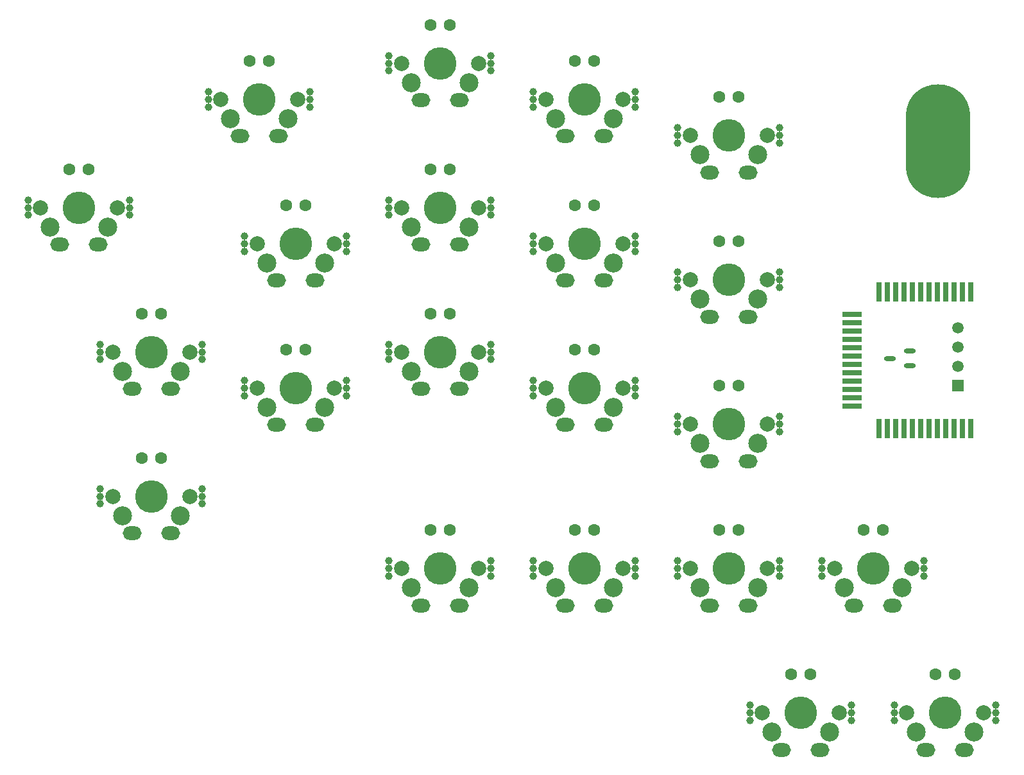
<source format=gtp>
G04 #@! TF.GenerationSoftware,KiCad,Pcbnew,(5.0.0-rc2-dev-301-g33f795be4)*
G04 #@! TF.CreationDate,2018-06-05T21:16:12+02:00*
G04 #@! TF.ProjectId,kissboard,6B697373626F6172642E6B696361645F,rev?*
G04 #@! TF.SameCoordinates,Original*
G04 #@! TF.FileFunction,Paste,Top*
G04 #@! TF.FilePolarity,Positive*
%FSLAX46Y46*%
G04 Gerber Fmt 4.6, Leading zero omitted, Abs format (unit mm)*
G04 Created by KiCad (PCBNEW (5.0.0-rc2-dev-301-g33f795be4)) date 06/05/18 21:16:12*
%MOMM*%
%LPD*%
G01*
G04 APERTURE LIST*
%ADD10C,1.500000*%
%ADD11R,1.500000X1.500000*%
%ADD12O,8.500000X15.000000*%
%ADD13R,2.500000X0.800000*%
%ADD14R,0.800000X2.500000*%
%ADD15O,1.550000X0.650000*%
%ADD16C,1.000000*%
%ADD17O,2.500000X1.800000*%
%ADD18C,2.500000*%
%ADD19C,2.000000*%
%ADD20C,4.300000*%
%ADD21C,1.600000*%
G04 APERTURE END LIST*
D10*
X158813500Y-65849500D03*
X158813500Y-68389500D03*
X158813500Y-70929500D03*
D11*
X158813500Y-73469500D03*
D12*
X156210000Y-41275000D03*
D13*
X144843500Y-64118500D03*
X144843500Y-65218500D03*
X144843500Y-66318500D03*
X144843500Y-67418500D03*
X144843500Y-68518500D03*
X144843500Y-69618500D03*
X144843500Y-70718500D03*
X144843500Y-71818500D03*
X144843500Y-72918500D03*
X144843500Y-74018500D03*
X144843500Y-75118500D03*
X144843500Y-76218500D03*
D14*
X160543500Y-61168500D03*
X159443500Y-61168500D03*
X158343500Y-61168500D03*
X157243500Y-61168500D03*
X156143500Y-61168500D03*
X155043500Y-61168500D03*
X153943500Y-61168500D03*
X152843500Y-61168500D03*
X151743500Y-61168500D03*
X150643500Y-61168500D03*
X149543500Y-61168500D03*
X148443500Y-61168500D03*
X148443500Y-79168500D03*
X149543500Y-79168500D03*
X150643500Y-79168500D03*
X151743500Y-79168500D03*
X152843500Y-79168500D03*
X153943500Y-79168500D03*
X155043500Y-79168500D03*
X156143500Y-79168500D03*
X157243500Y-79168500D03*
X158343500Y-79168500D03*
X159443500Y-79168500D03*
X160543500Y-79168500D03*
D15*
X152518500Y-70863500D03*
X152518500Y-68963500D03*
X149868500Y-69913500D03*
D16*
X150462500Y-115681250D03*
X150462500Y-117681250D03*
X150462500Y-116681250D03*
D17*
X159702500Y-121558050D03*
D18*
X153352500Y-119221250D03*
D17*
X154622500Y-121558050D03*
D18*
X160972500Y-119221250D03*
D19*
X152082500Y-116681250D03*
X162242500Y-116681250D03*
D20*
X157162500Y-116681250D03*
D16*
X163862500Y-116681250D03*
X163862500Y-115681250D03*
X163862500Y-117681250D03*
D21*
X158432500Y-111601250D03*
X155892500Y-111601250D03*
D16*
X45687500Y-87106250D03*
X45687500Y-89106250D03*
X45687500Y-88106250D03*
D17*
X54927500Y-92983050D03*
D18*
X48577500Y-90646250D03*
D17*
X49847500Y-92983050D03*
D18*
X56197500Y-90646250D03*
D19*
X47307500Y-88106250D03*
X57467500Y-88106250D03*
D20*
X52387500Y-88106250D03*
D16*
X59087500Y-88106250D03*
X59087500Y-87106250D03*
X59087500Y-89106250D03*
D21*
X53657500Y-83026250D03*
X51117500Y-83026250D03*
X65405000Y-30638750D03*
X67945000Y-30638750D03*
D16*
X73375000Y-36718750D03*
X73375000Y-34718750D03*
X73375000Y-35718750D03*
D20*
X66675000Y-35718750D03*
D19*
X71755000Y-35718750D03*
X61595000Y-35718750D03*
D18*
X70485000Y-38258750D03*
D17*
X64135000Y-40595550D03*
D18*
X62865000Y-38258750D03*
D17*
X69215000Y-40595550D03*
D16*
X59975000Y-35718750D03*
X59975000Y-36718750D03*
X59975000Y-34718750D03*
X83787500Y-29956250D03*
X83787500Y-31956250D03*
X83787500Y-30956250D03*
D17*
X93027500Y-35833050D03*
D18*
X86677500Y-33496250D03*
D17*
X87947500Y-35833050D03*
D18*
X94297500Y-33496250D03*
D19*
X85407500Y-30956250D03*
X95567500Y-30956250D03*
D20*
X90487500Y-30956250D03*
D16*
X97187500Y-30956250D03*
X97187500Y-29956250D03*
X97187500Y-31956250D03*
D21*
X91757500Y-25876250D03*
X89217500Y-25876250D03*
X108267500Y-30638750D03*
X110807500Y-30638750D03*
D16*
X116237500Y-36718750D03*
X116237500Y-34718750D03*
X116237500Y-35718750D03*
D20*
X109537500Y-35718750D03*
D19*
X114617500Y-35718750D03*
X104457500Y-35718750D03*
D18*
X113347500Y-38258750D03*
D17*
X106997500Y-40595550D03*
D18*
X105727500Y-38258750D03*
D17*
X112077500Y-40595550D03*
D16*
X102837500Y-35718750D03*
X102837500Y-36718750D03*
X102837500Y-34718750D03*
X121887500Y-39481250D03*
X121887500Y-41481250D03*
X121887500Y-40481250D03*
D17*
X131127500Y-45358050D03*
D18*
X124777500Y-43021250D03*
D17*
X126047500Y-45358050D03*
D18*
X132397500Y-43021250D03*
D19*
X123507500Y-40481250D03*
X133667500Y-40481250D03*
D20*
X128587500Y-40481250D03*
D16*
X135287500Y-40481250D03*
X135287500Y-39481250D03*
X135287500Y-41481250D03*
D21*
X129857500Y-35401250D03*
X127317500Y-35401250D03*
X51117500Y-63976250D03*
X53657500Y-63976250D03*
D16*
X59087500Y-70056250D03*
X59087500Y-68056250D03*
X59087500Y-69056250D03*
D20*
X52387500Y-69056250D03*
D19*
X57467500Y-69056250D03*
X47307500Y-69056250D03*
D18*
X56197500Y-71596250D03*
D17*
X49847500Y-73933050D03*
D18*
X48577500Y-71596250D03*
D17*
X54927500Y-73933050D03*
D16*
X45687500Y-69056250D03*
X45687500Y-70056250D03*
X45687500Y-68056250D03*
X64737500Y-53768750D03*
X64737500Y-55768750D03*
X64737500Y-54768750D03*
D17*
X73977500Y-59645550D03*
D18*
X67627500Y-57308750D03*
D17*
X68897500Y-59645550D03*
D18*
X75247500Y-57308750D03*
D19*
X66357500Y-54768750D03*
X76517500Y-54768750D03*
D20*
X71437500Y-54768750D03*
D16*
X78137500Y-54768750D03*
X78137500Y-53768750D03*
X78137500Y-55768750D03*
D21*
X72707500Y-49688750D03*
X70167500Y-49688750D03*
X89217500Y-44926250D03*
X91757500Y-44926250D03*
D16*
X97187500Y-51006250D03*
X97187500Y-49006250D03*
X97187500Y-50006250D03*
D20*
X90487500Y-50006250D03*
D19*
X95567500Y-50006250D03*
X85407500Y-50006250D03*
D18*
X94297500Y-52546250D03*
D17*
X87947500Y-54883050D03*
D18*
X86677500Y-52546250D03*
D17*
X93027500Y-54883050D03*
D16*
X83787500Y-50006250D03*
X83787500Y-51006250D03*
X83787500Y-49006250D03*
X102837500Y-53768750D03*
X102837500Y-55768750D03*
X102837500Y-54768750D03*
D17*
X112077500Y-59645550D03*
D18*
X105727500Y-57308750D03*
D17*
X106997500Y-59645550D03*
D18*
X113347500Y-57308750D03*
D19*
X104457500Y-54768750D03*
X114617500Y-54768750D03*
D20*
X109537500Y-54768750D03*
D16*
X116237500Y-54768750D03*
X116237500Y-53768750D03*
X116237500Y-55768750D03*
D21*
X110807500Y-49688750D03*
X108267500Y-49688750D03*
X127317500Y-54451250D03*
X129857500Y-54451250D03*
D16*
X135287500Y-60531250D03*
X135287500Y-58531250D03*
X135287500Y-59531250D03*
D20*
X128587500Y-59531250D03*
D19*
X133667500Y-59531250D03*
X123507500Y-59531250D03*
D18*
X132397500Y-62071250D03*
D17*
X126047500Y-64408050D03*
D18*
X124777500Y-62071250D03*
D17*
X131127500Y-64408050D03*
D16*
X121887500Y-59531250D03*
X121887500Y-60531250D03*
X121887500Y-58531250D03*
X102837500Y-72818750D03*
X102837500Y-74818750D03*
X102837500Y-73818750D03*
D17*
X112077500Y-78695550D03*
D18*
X105727500Y-76358750D03*
D17*
X106997500Y-78695550D03*
D18*
X113347500Y-76358750D03*
D19*
X104457500Y-73818750D03*
X114617500Y-73818750D03*
D20*
X109537500Y-73818750D03*
D16*
X116237500Y-73818750D03*
X116237500Y-72818750D03*
X116237500Y-74818750D03*
D21*
X110807500Y-68738750D03*
X108267500Y-68738750D03*
X127317500Y-73501250D03*
X129857500Y-73501250D03*
D16*
X135287500Y-79581250D03*
X135287500Y-77581250D03*
X135287500Y-78581250D03*
D20*
X128587500Y-78581250D03*
D19*
X133667500Y-78581250D03*
X123507500Y-78581250D03*
D18*
X132397500Y-81121250D03*
D17*
X126047500Y-83458050D03*
D18*
X124777500Y-81121250D03*
D17*
X131127500Y-83458050D03*
D16*
X121887500Y-78581250D03*
X121887500Y-79581250D03*
X121887500Y-77581250D03*
X83787500Y-96631250D03*
X83787500Y-98631250D03*
X83787500Y-97631250D03*
D17*
X93027500Y-102508050D03*
D18*
X86677500Y-100171250D03*
D17*
X87947500Y-102508050D03*
D18*
X94297500Y-100171250D03*
D19*
X85407500Y-97631250D03*
X95567500Y-97631250D03*
D20*
X90487500Y-97631250D03*
D16*
X97187500Y-97631250D03*
X97187500Y-96631250D03*
X97187500Y-98631250D03*
D21*
X91757500Y-92551250D03*
X89217500Y-92551250D03*
X108267500Y-92551250D03*
X110807500Y-92551250D03*
D16*
X116237500Y-98631250D03*
X116237500Y-96631250D03*
X116237500Y-97631250D03*
D20*
X109537500Y-97631250D03*
D19*
X114617500Y-97631250D03*
X104457500Y-97631250D03*
D18*
X113347500Y-100171250D03*
D17*
X106997500Y-102508050D03*
D18*
X105727500Y-100171250D03*
D17*
X112077500Y-102508050D03*
D16*
X102837500Y-97631250D03*
X102837500Y-98631250D03*
X102837500Y-96631250D03*
X121887500Y-96631250D03*
X121887500Y-98631250D03*
X121887500Y-97631250D03*
D17*
X131127500Y-102508050D03*
D18*
X124777500Y-100171250D03*
D17*
X126047500Y-102508050D03*
D18*
X132397500Y-100171250D03*
D19*
X123507500Y-97631250D03*
X133667500Y-97631250D03*
D20*
X128587500Y-97631250D03*
D16*
X135287500Y-97631250D03*
X135287500Y-96631250D03*
X135287500Y-98631250D03*
D21*
X129857500Y-92551250D03*
X127317500Y-92551250D03*
X146367500Y-92551250D03*
X148907500Y-92551250D03*
D16*
X154337500Y-98631250D03*
X154337500Y-96631250D03*
X154337500Y-97631250D03*
D20*
X147637500Y-97631250D03*
D19*
X152717500Y-97631250D03*
X142557500Y-97631250D03*
D18*
X151447500Y-100171250D03*
D17*
X145097500Y-102508050D03*
D18*
X143827500Y-100171250D03*
D17*
X150177500Y-102508050D03*
D16*
X140937500Y-97631250D03*
X140937500Y-98631250D03*
X140937500Y-96631250D03*
X131412500Y-115681250D03*
X131412500Y-117681250D03*
X131412500Y-116681250D03*
D17*
X140652500Y-121558050D03*
D18*
X134302500Y-119221250D03*
D17*
X135572500Y-121558050D03*
D18*
X141922500Y-119221250D03*
D19*
X133032500Y-116681250D03*
X143192500Y-116681250D03*
D20*
X138112500Y-116681250D03*
D16*
X144812500Y-116681250D03*
X144812500Y-115681250D03*
X144812500Y-117681250D03*
D21*
X139382500Y-111601250D03*
X136842500Y-111601250D03*
X89217500Y-63976250D03*
X91757500Y-63976250D03*
D16*
X97187500Y-70056250D03*
X97187500Y-68056250D03*
X97187500Y-69056250D03*
D20*
X90487500Y-69056250D03*
D19*
X95567500Y-69056250D03*
X85407500Y-69056250D03*
D18*
X94297500Y-71596250D03*
D17*
X87947500Y-73933050D03*
D18*
X86677500Y-71596250D03*
D17*
X93027500Y-73933050D03*
D16*
X83787500Y-69056250D03*
X83787500Y-70056250D03*
X83787500Y-68056250D03*
X64737500Y-72818750D03*
X64737500Y-74818750D03*
X64737500Y-73818750D03*
D17*
X73977500Y-78695550D03*
D18*
X67627500Y-76358750D03*
D17*
X68897500Y-78695550D03*
D18*
X75247500Y-76358750D03*
D19*
X66357500Y-73818750D03*
X76517500Y-73818750D03*
D20*
X71437500Y-73818750D03*
D16*
X78137500Y-73818750D03*
X78137500Y-72818750D03*
X78137500Y-74818750D03*
D21*
X72707500Y-68738750D03*
X70167500Y-68738750D03*
X41592500Y-44926250D03*
X44132500Y-44926250D03*
D16*
X49562500Y-51006250D03*
X49562500Y-49006250D03*
X49562500Y-50006250D03*
D20*
X42862500Y-50006250D03*
D19*
X47942500Y-50006250D03*
X37782500Y-50006250D03*
D18*
X46672500Y-52546250D03*
D17*
X40322500Y-54883050D03*
D18*
X39052500Y-52546250D03*
D17*
X45402500Y-54883050D03*
D16*
X36162500Y-50006250D03*
X36162500Y-51006250D03*
X36162500Y-49006250D03*
M02*

</source>
